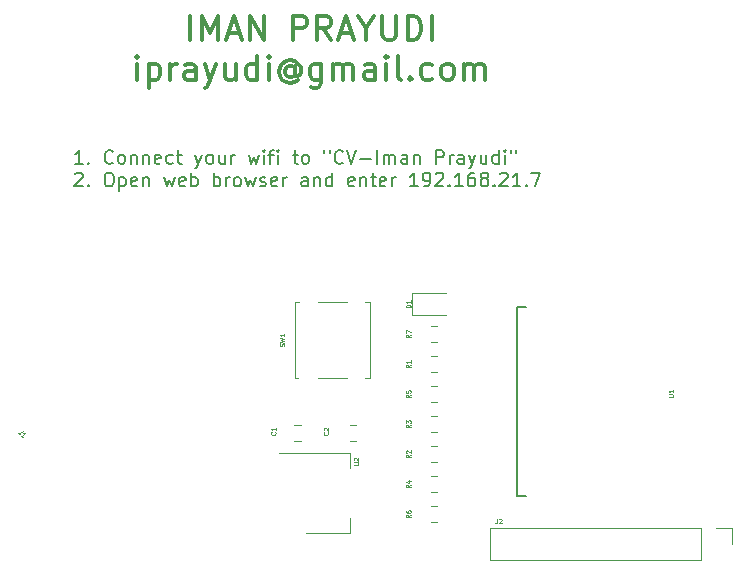
<source format=gbr>
G04 #@! TF.GenerationSoftware,KiCad,Pcbnew,(5.1.5)-3*
G04 #@! TF.CreationDate,2019-12-26T10:02:20-08:00*
G04 #@! TF.ProjectId,esp8266_bcard,65737038-3236-4365-9f62-636172642e6b,rev?*
G04 #@! TF.SameCoordinates,Original*
G04 #@! TF.FileFunction,Legend,Top*
G04 #@! TF.FilePolarity,Positive*
%FSLAX46Y46*%
G04 Gerber Fmt 4.6, Leading zero omitted, Abs format (unit mm)*
G04 Created by KiCad (PCBNEW (5.1.5)-3) date 2019-12-26 10:02:20*
%MOMM*%
%LPD*%
G04 APERTURE LIST*
%ADD10C,0.330200*%
%ADD11C,0.177800*%
%ADD12C,0.152400*%
%ADD13C,0.120000*%
%ADD14C,0.076200*%
G04 APERTURE END LIST*
D10*
X133301619Y-86860138D02*
X133301619Y-84828138D01*
X134269238Y-86860138D02*
X134269238Y-84828138D01*
X134946571Y-86279566D01*
X135623904Y-84828138D01*
X135623904Y-86860138D01*
X136494761Y-86279566D02*
X137462380Y-86279566D01*
X136301238Y-86860138D02*
X136978571Y-84828138D01*
X137655904Y-86860138D01*
X138333238Y-86860138D02*
X138333238Y-84828138D01*
X139494380Y-86860138D01*
X139494380Y-84828138D01*
X142010190Y-86860138D02*
X142010190Y-84828138D01*
X142784285Y-84828138D01*
X142977809Y-84924900D01*
X143074571Y-85021661D01*
X143171333Y-85215185D01*
X143171333Y-85505471D01*
X143074571Y-85698995D01*
X142977809Y-85795757D01*
X142784285Y-85892519D01*
X142010190Y-85892519D01*
X145203333Y-86860138D02*
X144526000Y-85892519D01*
X144042190Y-86860138D02*
X144042190Y-84828138D01*
X144816285Y-84828138D01*
X145009809Y-84924900D01*
X145106571Y-85021661D01*
X145203333Y-85215185D01*
X145203333Y-85505471D01*
X145106571Y-85698995D01*
X145009809Y-85795757D01*
X144816285Y-85892519D01*
X144042190Y-85892519D01*
X145977428Y-86279566D02*
X146945047Y-86279566D01*
X145783904Y-86860138D02*
X146461238Y-84828138D01*
X147138571Y-86860138D01*
X148202952Y-85892519D02*
X148202952Y-86860138D01*
X147525619Y-84828138D02*
X148202952Y-85892519D01*
X148880285Y-84828138D01*
X149557619Y-84828138D02*
X149557619Y-86473090D01*
X149654380Y-86666614D01*
X149751142Y-86763376D01*
X149944666Y-86860138D01*
X150331714Y-86860138D01*
X150525238Y-86763376D01*
X150622000Y-86666614D01*
X150718761Y-86473090D01*
X150718761Y-84828138D01*
X151686380Y-86860138D02*
X151686380Y-84828138D01*
X152170190Y-84828138D01*
X152460476Y-84924900D01*
X152654000Y-85118423D01*
X152750761Y-85311947D01*
X152847523Y-85698995D01*
X152847523Y-85989280D01*
X152750761Y-86376328D01*
X152654000Y-86569852D01*
X152460476Y-86763376D01*
X152170190Y-86860138D01*
X151686380Y-86860138D01*
X153718380Y-86860138D02*
X153718380Y-84828138D01*
X128802190Y-90238338D02*
X128802190Y-88883671D01*
X128802190Y-88206338D02*
X128705428Y-88303100D01*
X128802190Y-88399861D01*
X128898952Y-88303100D01*
X128802190Y-88206338D01*
X128802190Y-88399861D01*
X129769809Y-88883671D02*
X129769809Y-90915671D01*
X129769809Y-88980433D02*
X129963333Y-88883671D01*
X130350380Y-88883671D01*
X130543904Y-88980433D01*
X130640666Y-89077195D01*
X130737428Y-89270719D01*
X130737428Y-89851290D01*
X130640666Y-90044814D01*
X130543904Y-90141576D01*
X130350380Y-90238338D01*
X129963333Y-90238338D01*
X129769809Y-90141576D01*
X131608285Y-90238338D02*
X131608285Y-88883671D01*
X131608285Y-89270719D02*
X131705047Y-89077195D01*
X131801809Y-88980433D01*
X131995333Y-88883671D01*
X132188857Y-88883671D01*
X133737047Y-90238338D02*
X133737047Y-89173957D01*
X133640285Y-88980433D01*
X133446761Y-88883671D01*
X133059714Y-88883671D01*
X132866190Y-88980433D01*
X133737047Y-90141576D02*
X133543523Y-90238338D01*
X133059714Y-90238338D01*
X132866190Y-90141576D01*
X132769428Y-89948052D01*
X132769428Y-89754528D01*
X132866190Y-89561004D01*
X133059714Y-89464242D01*
X133543523Y-89464242D01*
X133737047Y-89367480D01*
X134511142Y-88883671D02*
X134994952Y-90238338D01*
X135478761Y-88883671D02*
X134994952Y-90238338D01*
X134801428Y-90722147D01*
X134704666Y-90818909D01*
X134511142Y-90915671D01*
X137123714Y-88883671D02*
X137123714Y-90238338D01*
X136252857Y-88883671D02*
X136252857Y-89948052D01*
X136349619Y-90141576D01*
X136543142Y-90238338D01*
X136833428Y-90238338D01*
X137026952Y-90141576D01*
X137123714Y-90044814D01*
X138962190Y-90238338D02*
X138962190Y-88206338D01*
X138962190Y-90141576D02*
X138768666Y-90238338D01*
X138381619Y-90238338D01*
X138188095Y-90141576D01*
X138091333Y-90044814D01*
X137994571Y-89851290D01*
X137994571Y-89270719D01*
X138091333Y-89077195D01*
X138188095Y-88980433D01*
X138381619Y-88883671D01*
X138768666Y-88883671D01*
X138962190Y-88980433D01*
X139929809Y-90238338D02*
X139929809Y-88883671D01*
X139929809Y-88206338D02*
X139833047Y-88303100D01*
X139929809Y-88399861D01*
X140026571Y-88303100D01*
X139929809Y-88206338D01*
X139929809Y-88399861D01*
X142155333Y-89270719D02*
X142058571Y-89173957D01*
X141865047Y-89077195D01*
X141671523Y-89077195D01*
X141478000Y-89173957D01*
X141381238Y-89270719D01*
X141284476Y-89464242D01*
X141284476Y-89657766D01*
X141381238Y-89851290D01*
X141478000Y-89948052D01*
X141671523Y-90044814D01*
X141865047Y-90044814D01*
X142058571Y-89948052D01*
X142155333Y-89851290D01*
X142155333Y-89077195D02*
X142155333Y-89851290D01*
X142252095Y-89948052D01*
X142348857Y-89948052D01*
X142542380Y-89851290D01*
X142639142Y-89657766D01*
X142639142Y-89173957D01*
X142445619Y-88883671D01*
X142155333Y-88690147D01*
X141768285Y-88593385D01*
X141381238Y-88690147D01*
X141090952Y-88883671D01*
X140897428Y-89173957D01*
X140800666Y-89561004D01*
X140897428Y-89948052D01*
X141090952Y-90238338D01*
X141381238Y-90431861D01*
X141768285Y-90528623D01*
X142155333Y-90431861D01*
X142445619Y-90238338D01*
X144380857Y-88883671D02*
X144380857Y-90528623D01*
X144284095Y-90722147D01*
X144187333Y-90818909D01*
X143993809Y-90915671D01*
X143703523Y-90915671D01*
X143510000Y-90818909D01*
X144380857Y-90141576D02*
X144187333Y-90238338D01*
X143800285Y-90238338D01*
X143606761Y-90141576D01*
X143510000Y-90044814D01*
X143413238Y-89851290D01*
X143413238Y-89270719D01*
X143510000Y-89077195D01*
X143606761Y-88980433D01*
X143800285Y-88883671D01*
X144187333Y-88883671D01*
X144380857Y-88980433D01*
X145348476Y-90238338D02*
X145348476Y-88883671D01*
X145348476Y-89077195D02*
X145445238Y-88980433D01*
X145638761Y-88883671D01*
X145929047Y-88883671D01*
X146122571Y-88980433D01*
X146219333Y-89173957D01*
X146219333Y-90238338D01*
X146219333Y-89173957D02*
X146316095Y-88980433D01*
X146509619Y-88883671D01*
X146799904Y-88883671D01*
X146993428Y-88980433D01*
X147090190Y-89173957D01*
X147090190Y-90238338D01*
X148928666Y-90238338D02*
X148928666Y-89173957D01*
X148831904Y-88980433D01*
X148638380Y-88883671D01*
X148251333Y-88883671D01*
X148057809Y-88980433D01*
X148928666Y-90141576D02*
X148735142Y-90238338D01*
X148251333Y-90238338D01*
X148057809Y-90141576D01*
X147961047Y-89948052D01*
X147961047Y-89754528D01*
X148057809Y-89561004D01*
X148251333Y-89464242D01*
X148735142Y-89464242D01*
X148928666Y-89367480D01*
X149896285Y-90238338D02*
X149896285Y-88883671D01*
X149896285Y-88206338D02*
X149799523Y-88303100D01*
X149896285Y-88399861D01*
X149993047Y-88303100D01*
X149896285Y-88206338D01*
X149896285Y-88399861D01*
X151154190Y-90238338D02*
X150960666Y-90141576D01*
X150863904Y-89948052D01*
X150863904Y-88206338D01*
X151928285Y-90044814D02*
X152025047Y-90141576D01*
X151928285Y-90238338D01*
X151831523Y-90141576D01*
X151928285Y-90044814D01*
X151928285Y-90238338D01*
X153766761Y-90141576D02*
X153573238Y-90238338D01*
X153186190Y-90238338D01*
X152992666Y-90141576D01*
X152895904Y-90044814D01*
X152799142Y-89851290D01*
X152799142Y-89270719D01*
X152895904Y-89077195D01*
X152992666Y-88980433D01*
X153186190Y-88883671D01*
X153573238Y-88883671D01*
X153766761Y-88980433D01*
X154927904Y-90238338D02*
X154734380Y-90141576D01*
X154637619Y-90044814D01*
X154540857Y-89851290D01*
X154540857Y-89270719D01*
X154637619Y-89077195D01*
X154734380Y-88980433D01*
X154927904Y-88883671D01*
X155218190Y-88883671D01*
X155411714Y-88980433D01*
X155508476Y-89077195D01*
X155605238Y-89270719D01*
X155605238Y-89851290D01*
X155508476Y-90044814D01*
X155411714Y-90141576D01*
X155218190Y-90238338D01*
X154927904Y-90238338D01*
X156476095Y-90238338D02*
X156476095Y-88883671D01*
X156476095Y-89077195D02*
X156572857Y-88980433D01*
X156766380Y-88883671D01*
X157056666Y-88883671D01*
X157250190Y-88980433D01*
X157346952Y-89173957D01*
X157346952Y-90238338D01*
X157346952Y-89173957D02*
X157443714Y-88980433D01*
X157637238Y-88883671D01*
X157927523Y-88883671D01*
X158121047Y-88980433D01*
X158217809Y-89173957D01*
X158217809Y-90238338D01*
D11*
X124176427Y-97360921D02*
X123523284Y-97360921D01*
X123849855Y-97360921D02*
X123849855Y-96217921D01*
X123740998Y-96381207D01*
X123632141Y-96490064D01*
X123523284Y-96544492D01*
X124666284Y-97252064D02*
X124720712Y-97306492D01*
X124666284Y-97360921D01*
X124611855Y-97306492D01*
X124666284Y-97252064D01*
X124666284Y-97360921D01*
X126734570Y-97252064D02*
X126680141Y-97306492D01*
X126516855Y-97360921D01*
X126407998Y-97360921D01*
X126244712Y-97306492D01*
X126135855Y-97197635D01*
X126081427Y-97088778D01*
X126026998Y-96871064D01*
X126026998Y-96707778D01*
X126081427Y-96490064D01*
X126135855Y-96381207D01*
X126244712Y-96272350D01*
X126407998Y-96217921D01*
X126516855Y-96217921D01*
X126680141Y-96272350D01*
X126734570Y-96326778D01*
X127387712Y-97360921D02*
X127278855Y-97306492D01*
X127224427Y-97252064D01*
X127169998Y-97143207D01*
X127169998Y-96816635D01*
X127224427Y-96707778D01*
X127278855Y-96653350D01*
X127387712Y-96598921D01*
X127550998Y-96598921D01*
X127659855Y-96653350D01*
X127714284Y-96707778D01*
X127768712Y-96816635D01*
X127768712Y-97143207D01*
X127714284Y-97252064D01*
X127659855Y-97306492D01*
X127550998Y-97360921D01*
X127387712Y-97360921D01*
X128258570Y-96598921D02*
X128258570Y-97360921D01*
X128258570Y-96707778D02*
X128312998Y-96653350D01*
X128421855Y-96598921D01*
X128585141Y-96598921D01*
X128693998Y-96653350D01*
X128748427Y-96762207D01*
X128748427Y-97360921D01*
X129292712Y-96598921D02*
X129292712Y-97360921D01*
X129292712Y-96707778D02*
X129347141Y-96653350D01*
X129455998Y-96598921D01*
X129619284Y-96598921D01*
X129728141Y-96653350D01*
X129782570Y-96762207D01*
X129782570Y-97360921D01*
X130762284Y-97306492D02*
X130653427Y-97360921D01*
X130435712Y-97360921D01*
X130326855Y-97306492D01*
X130272427Y-97197635D01*
X130272427Y-96762207D01*
X130326855Y-96653350D01*
X130435712Y-96598921D01*
X130653427Y-96598921D01*
X130762284Y-96653350D01*
X130816712Y-96762207D01*
X130816712Y-96871064D01*
X130272427Y-96979921D01*
X131796427Y-97306492D02*
X131687570Y-97360921D01*
X131469855Y-97360921D01*
X131360998Y-97306492D01*
X131306570Y-97252064D01*
X131252141Y-97143207D01*
X131252141Y-96816635D01*
X131306570Y-96707778D01*
X131360998Y-96653350D01*
X131469855Y-96598921D01*
X131687570Y-96598921D01*
X131796427Y-96653350D01*
X132122998Y-96598921D02*
X132558427Y-96598921D01*
X132286284Y-96217921D02*
X132286284Y-97197635D01*
X132340712Y-97306492D01*
X132449570Y-97360921D01*
X132558427Y-97360921D01*
X133701427Y-96598921D02*
X133973570Y-97360921D01*
X134245712Y-96598921D02*
X133973570Y-97360921D01*
X133864712Y-97633064D01*
X133810284Y-97687492D01*
X133701427Y-97741921D01*
X134844427Y-97360921D02*
X134735570Y-97306492D01*
X134681141Y-97252064D01*
X134626712Y-97143207D01*
X134626712Y-96816635D01*
X134681141Y-96707778D01*
X134735570Y-96653350D01*
X134844427Y-96598921D01*
X135007712Y-96598921D01*
X135116570Y-96653350D01*
X135170998Y-96707778D01*
X135225427Y-96816635D01*
X135225427Y-97143207D01*
X135170998Y-97252064D01*
X135116570Y-97306492D01*
X135007712Y-97360921D01*
X134844427Y-97360921D01*
X136205141Y-96598921D02*
X136205141Y-97360921D01*
X135715284Y-96598921D02*
X135715284Y-97197635D01*
X135769712Y-97306492D01*
X135878570Y-97360921D01*
X136041855Y-97360921D01*
X136150712Y-97306492D01*
X136205141Y-97252064D01*
X136749427Y-97360921D02*
X136749427Y-96598921D01*
X136749427Y-96816635D02*
X136803855Y-96707778D01*
X136858284Y-96653350D01*
X136967141Y-96598921D01*
X137075998Y-96598921D01*
X138218998Y-96598921D02*
X138436712Y-97360921D01*
X138654427Y-96816635D01*
X138872141Y-97360921D01*
X139089855Y-96598921D01*
X139525284Y-97360921D02*
X139525284Y-96598921D01*
X139525284Y-96217921D02*
X139470855Y-96272350D01*
X139525284Y-96326778D01*
X139579712Y-96272350D01*
X139525284Y-96217921D01*
X139525284Y-96326778D01*
X139906284Y-96598921D02*
X140341712Y-96598921D01*
X140069570Y-97360921D02*
X140069570Y-96381207D01*
X140123998Y-96272350D01*
X140232855Y-96217921D01*
X140341712Y-96217921D01*
X140722712Y-97360921D02*
X140722712Y-96598921D01*
X140722712Y-96217921D02*
X140668284Y-96272350D01*
X140722712Y-96326778D01*
X140777141Y-96272350D01*
X140722712Y-96217921D01*
X140722712Y-96326778D01*
X141974570Y-96598921D02*
X142409998Y-96598921D01*
X142137855Y-96217921D02*
X142137855Y-97197635D01*
X142192284Y-97306492D01*
X142301141Y-97360921D01*
X142409998Y-97360921D01*
X142954284Y-97360921D02*
X142845427Y-97306492D01*
X142790998Y-97252064D01*
X142736570Y-97143207D01*
X142736570Y-96816635D01*
X142790998Y-96707778D01*
X142845427Y-96653350D01*
X142954284Y-96598921D01*
X143117570Y-96598921D01*
X143226427Y-96653350D01*
X143280855Y-96707778D01*
X143335284Y-96816635D01*
X143335284Y-97143207D01*
X143280855Y-97252064D01*
X143226427Y-97306492D01*
X143117570Y-97360921D01*
X142954284Y-97360921D01*
X144641570Y-96217921D02*
X144641570Y-96435635D01*
X145076998Y-96217921D02*
X145076998Y-96435635D01*
X146219998Y-97252064D02*
X146165570Y-97306492D01*
X146002284Y-97360921D01*
X145893427Y-97360921D01*
X145730141Y-97306492D01*
X145621284Y-97197635D01*
X145566855Y-97088778D01*
X145512427Y-96871064D01*
X145512427Y-96707778D01*
X145566855Y-96490064D01*
X145621284Y-96381207D01*
X145730141Y-96272350D01*
X145893427Y-96217921D01*
X146002284Y-96217921D01*
X146165570Y-96272350D01*
X146219998Y-96326778D01*
X146546570Y-96217921D02*
X146927570Y-97360921D01*
X147308570Y-96217921D01*
X147689570Y-96925492D02*
X148560427Y-96925492D01*
X149104712Y-97360921D02*
X149104712Y-96217921D01*
X149648998Y-97360921D02*
X149648998Y-96598921D01*
X149648998Y-96707778D02*
X149703427Y-96653350D01*
X149812284Y-96598921D01*
X149975570Y-96598921D01*
X150084427Y-96653350D01*
X150138855Y-96762207D01*
X150138855Y-97360921D01*
X150138855Y-96762207D02*
X150193284Y-96653350D01*
X150302141Y-96598921D01*
X150465427Y-96598921D01*
X150574284Y-96653350D01*
X150628712Y-96762207D01*
X150628712Y-97360921D01*
X151662855Y-97360921D02*
X151662855Y-96762207D01*
X151608427Y-96653350D01*
X151499570Y-96598921D01*
X151281855Y-96598921D01*
X151172998Y-96653350D01*
X151662855Y-97306492D02*
X151553998Y-97360921D01*
X151281855Y-97360921D01*
X151172998Y-97306492D01*
X151118570Y-97197635D01*
X151118570Y-97088778D01*
X151172998Y-96979921D01*
X151281855Y-96925492D01*
X151553998Y-96925492D01*
X151662855Y-96871064D01*
X152207141Y-96598921D02*
X152207141Y-97360921D01*
X152207141Y-96707778D02*
X152261570Y-96653350D01*
X152370427Y-96598921D01*
X152533712Y-96598921D01*
X152642570Y-96653350D01*
X152696998Y-96762207D01*
X152696998Y-97360921D01*
X154112141Y-97360921D02*
X154112141Y-96217921D01*
X154547570Y-96217921D01*
X154656427Y-96272350D01*
X154710855Y-96326778D01*
X154765284Y-96435635D01*
X154765284Y-96598921D01*
X154710855Y-96707778D01*
X154656427Y-96762207D01*
X154547570Y-96816635D01*
X154112141Y-96816635D01*
X155255141Y-97360921D02*
X155255141Y-96598921D01*
X155255141Y-96816635D02*
X155309570Y-96707778D01*
X155363998Y-96653350D01*
X155472855Y-96598921D01*
X155581712Y-96598921D01*
X156452570Y-97360921D02*
X156452570Y-96762207D01*
X156398141Y-96653350D01*
X156289284Y-96598921D01*
X156071570Y-96598921D01*
X155962712Y-96653350D01*
X156452570Y-97306492D02*
X156343712Y-97360921D01*
X156071570Y-97360921D01*
X155962712Y-97306492D01*
X155908284Y-97197635D01*
X155908284Y-97088778D01*
X155962712Y-96979921D01*
X156071570Y-96925492D01*
X156343712Y-96925492D01*
X156452570Y-96871064D01*
X156887998Y-96598921D02*
X157160141Y-97360921D01*
X157432284Y-96598921D02*
X157160141Y-97360921D01*
X157051284Y-97633064D01*
X156996855Y-97687492D01*
X156887998Y-97741921D01*
X158357570Y-96598921D02*
X158357570Y-97360921D01*
X157867712Y-96598921D02*
X157867712Y-97197635D01*
X157922141Y-97306492D01*
X158030998Y-97360921D01*
X158194284Y-97360921D01*
X158303141Y-97306492D01*
X158357570Y-97252064D01*
X159391712Y-97360921D02*
X159391712Y-96217921D01*
X159391712Y-97306492D02*
X159282855Y-97360921D01*
X159065141Y-97360921D01*
X158956284Y-97306492D01*
X158901855Y-97252064D01*
X158847427Y-97143207D01*
X158847427Y-96816635D01*
X158901855Y-96707778D01*
X158956284Y-96653350D01*
X159065141Y-96598921D01*
X159282855Y-96598921D01*
X159391712Y-96653350D01*
X159935998Y-97360921D02*
X159935998Y-96598921D01*
X159935998Y-96217921D02*
X159881570Y-96272350D01*
X159935998Y-96326778D01*
X159990427Y-96272350D01*
X159935998Y-96217921D01*
X159935998Y-96326778D01*
X160425855Y-96217921D02*
X160425855Y-96435635D01*
X160861284Y-96217921D02*
X160861284Y-96435635D01*
X123523284Y-98219078D02*
X123577712Y-98164650D01*
X123686570Y-98110221D01*
X123958712Y-98110221D01*
X124067570Y-98164650D01*
X124121998Y-98219078D01*
X124176427Y-98327935D01*
X124176427Y-98436792D01*
X124121998Y-98600078D01*
X123468855Y-99253221D01*
X124176427Y-99253221D01*
X124666284Y-99144364D02*
X124720712Y-99198792D01*
X124666284Y-99253221D01*
X124611855Y-99198792D01*
X124666284Y-99144364D01*
X124666284Y-99253221D01*
X126299141Y-98110221D02*
X126516855Y-98110221D01*
X126625712Y-98164650D01*
X126734570Y-98273507D01*
X126788998Y-98491221D01*
X126788998Y-98872221D01*
X126734570Y-99089935D01*
X126625712Y-99198792D01*
X126516855Y-99253221D01*
X126299141Y-99253221D01*
X126190284Y-99198792D01*
X126081427Y-99089935D01*
X126026998Y-98872221D01*
X126026998Y-98491221D01*
X126081427Y-98273507D01*
X126190284Y-98164650D01*
X126299141Y-98110221D01*
X127278855Y-98491221D02*
X127278855Y-99634221D01*
X127278855Y-98545650D02*
X127387712Y-98491221D01*
X127605427Y-98491221D01*
X127714284Y-98545650D01*
X127768712Y-98600078D01*
X127823141Y-98708935D01*
X127823141Y-99035507D01*
X127768712Y-99144364D01*
X127714284Y-99198792D01*
X127605427Y-99253221D01*
X127387712Y-99253221D01*
X127278855Y-99198792D01*
X128748427Y-99198792D02*
X128639570Y-99253221D01*
X128421855Y-99253221D01*
X128312998Y-99198792D01*
X128258570Y-99089935D01*
X128258570Y-98654507D01*
X128312998Y-98545650D01*
X128421855Y-98491221D01*
X128639570Y-98491221D01*
X128748427Y-98545650D01*
X128802855Y-98654507D01*
X128802855Y-98763364D01*
X128258570Y-98872221D01*
X129292712Y-98491221D02*
X129292712Y-99253221D01*
X129292712Y-98600078D02*
X129347141Y-98545650D01*
X129455998Y-98491221D01*
X129619284Y-98491221D01*
X129728141Y-98545650D01*
X129782570Y-98654507D01*
X129782570Y-99253221D01*
X131088855Y-98491221D02*
X131306570Y-99253221D01*
X131524284Y-98708935D01*
X131741998Y-99253221D01*
X131959712Y-98491221D01*
X132830570Y-99198792D02*
X132721712Y-99253221D01*
X132503998Y-99253221D01*
X132395141Y-99198792D01*
X132340712Y-99089935D01*
X132340712Y-98654507D01*
X132395141Y-98545650D01*
X132503998Y-98491221D01*
X132721712Y-98491221D01*
X132830570Y-98545650D01*
X132884998Y-98654507D01*
X132884998Y-98763364D01*
X132340712Y-98872221D01*
X133374855Y-99253221D02*
X133374855Y-98110221D01*
X133374855Y-98545650D02*
X133483712Y-98491221D01*
X133701427Y-98491221D01*
X133810284Y-98545650D01*
X133864712Y-98600078D01*
X133919141Y-98708935D01*
X133919141Y-99035507D01*
X133864712Y-99144364D01*
X133810284Y-99198792D01*
X133701427Y-99253221D01*
X133483712Y-99253221D01*
X133374855Y-99198792D01*
X135279855Y-99253221D02*
X135279855Y-98110221D01*
X135279855Y-98545650D02*
X135388712Y-98491221D01*
X135606427Y-98491221D01*
X135715284Y-98545650D01*
X135769712Y-98600078D01*
X135824141Y-98708935D01*
X135824141Y-99035507D01*
X135769712Y-99144364D01*
X135715284Y-99198792D01*
X135606427Y-99253221D01*
X135388712Y-99253221D01*
X135279855Y-99198792D01*
X136313998Y-99253221D02*
X136313998Y-98491221D01*
X136313998Y-98708935D02*
X136368427Y-98600078D01*
X136422855Y-98545650D01*
X136531712Y-98491221D01*
X136640570Y-98491221D01*
X137184855Y-99253221D02*
X137075998Y-99198792D01*
X137021570Y-99144364D01*
X136967141Y-99035507D01*
X136967141Y-98708935D01*
X137021570Y-98600078D01*
X137075998Y-98545650D01*
X137184855Y-98491221D01*
X137348141Y-98491221D01*
X137456998Y-98545650D01*
X137511427Y-98600078D01*
X137565855Y-98708935D01*
X137565855Y-99035507D01*
X137511427Y-99144364D01*
X137456998Y-99198792D01*
X137348141Y-99253221D01*
X137184855Y-99253221D01*
X137946855Y-98491221D02*
X138164570Y-99253221D01*
X138382284Y-98708935D01*
X138599998Y-99253221D01*
X138817712Y-98491221D01*
X139198712Y-99198792D02*
X139307570Y-99253221D01*
X139525284Y-99253221D01*
X139634141Y-99198792D01*
X139688570Y-99089935D01*
X139688570Y-99035507D01*
X139634141Y-98926650D01*
X139525284Y-98872221D01*
X139361998Y-98872221D01*
X139253141Y-98817792D01*
X139198712Y-98708935D01*
X139198712Y-98654507D01*
X139253141Y-98545650D01*
X139361998Y-98491221D01*
X139525284Y-98491221D01*
X139634141Y-98545650D01*
X140613855Y-99198792D02*
X140504998Y-99253221D01*
X140287284Y-99253221D01*
X140178427Y-99198792D01*
X140123998Y-99089935D01*
X140123998Y-98654507D01*
X140178427Y-98545650D01*
X140287284Y-98491221D01*
X140504998Y-98491221D01*
X140613855Y-98545650D01*
X140668284Y-98654507D01*
X140668284Y-98763364D01*
X140123998Y-98872221D01*
X141158141Y-99253221D02*
X141158141Y-98491221D01*
X141158141Y-98708935D02*
X141212570Y-98600078D01*
X141266998Y-98545650D01*
X141375855Y-98491221D01*
X141484712Y-98491221D01*
X143226427Y-99253221D02*
X143226427Y-98654507D01*
X143171998Y-98545650D01*
X143063141Y-98491221D01*
X142845427Y-98491221D01*
X142736570Y-98545650D01*
X143226427Y-99198792D02*
X143117570Y-99253221D01*
X142845427Y-99253221D01*
X142736570Y-99198792D01*
X142682141Y-99089935D01*
X142682141Y-98981078D01*
X142736570Y-98872221D01*
X142845427Y-98817792D01*
X143117570Y-98817792D01*
X143226427Y-98763364D01*
X143770712Y-98491221D02*
X143770712Y-99253221D01*
X143770712Y-98600078D02*
X143825141Y-98545650D01*
X143933998Y-98491221D01*
X144097284Y-98491221D01*
X144206141Y-98545650D01*
X144260570Y-98654507D01*
X144260570Y-99253221D01*
X145294712Y-99253221D02*
X145294712Y-98110221D01*
X145294712Y-99198792D02*
X145185855Y-99253221D01*
X144968141Y-99253221D01*
X144859284Y-99198792D01*
X144804855Y-99144364D01*
X144750427Y-99035507D01*
X144750427Y-98708935D01*
X144804855Y-98600078D01*
X144859284Y-98545650D01*
X144968141Y-98491221D01*
X145185855Y-98491221D01*
X145294712Y-98545650D01*
X147145284Y-99198792D02*
X147036427Y-99253221D01*
X146818712Y-99253221D01*
X146709855Y-99198792D01*
X146655427Y-99089935D01*
X146655427Y-98654507D01*
X146709855Y-98545650D01*
X146818712Y-98491221D01*
X147036427Y-98491221D01*
X147145284Y-98545650D01*
X147199712Y-98654507D01*
X147199712Y-98763364D01*
X146655427Y-98872221D01*
X147689570Y-98491221D02*
X147689570Y-99253221D01*
X147689570Y-98600078D02*
X147743998Y-98545650D01*
X147852855Y-98491221D01*
X148016141Y-98491221D01*
X148124998Y-98545650D01*
X148179427Y-98654507D01*
X148179427Y-99253221D01*
X148560427Y-98491221D02*
X148995855Y-98491221D01*
X148723712Y-98110221D02*
X148723712Y-99089935D01*
X148778141Y-99198792D01*
X148886998Y-99253221D01*
X148995855Y-99253221D01*
X149812284Y-99198792D02*
X149703427Y-99253221D01*
X149485712Y-99253221D01*
X149376855Y-99198792D01*
X149322427Y-99089935D01*
X149322427Y-98654507D01*
X149376855Y-98545650D01*
X149485712Y-98491221D01*
X149703427Y-98491221D01*
X149812284Y-98545650D01*
X149866712Y-98654507D01*
X149866712Y-98763364D01*
X149322427Y-98872221D01*
X150356570Y-99253221D02*
X150356570Y-98491221D01*
X150356570Y-98708935D02*
X150410998Y-98600078D01*
X150465427Y-98545650D01*
X150574284Y-98491221D01*
X150683141Y-98491221D01*
X152533712Y-99253221D02*
X151880570Y-99253221D01*
X152207141Y-99253221D02*
X152207141Y-98110221D01*
X152098284Y-98273507D01*
X151989427Y-98382364D01*
X151880570Y-98436792D01*
X153077998Y-99253221D02*
X153295712Y-99253221D01*
X153404570Y-99198792D01*
X153458998Y-99144364D01*
X153567855Y-98981078D01*
X153622284Y-98763364D01*
X153622284Y-98327935D01*
X153567855Y-98219078D01*
X153513427Y-98164650D01*
X153404570Y-98110221D01*
X153186855Y-98110221D01*
X153077998Y-98164650D01*
X153023570Y-98219078D01*
X152969141Y-98327935D01*
X152969141Y-98600078D01*
X153023570Y-98708935D01*
X153077998Y-98763364D01*
X153186855Y-98817792D01*
X153404570Y-98817792D01*
X153513427Y-98763364D01*
X153567855Y-98708935D01*
X153622284Y-98600078D01*
X154057712Y-98219078D02*
X154112141Y-98164650D01*
X154220998Y-98110221D01*
X154493141Y-98110221D01*
X154601998Y-98164650D01*
X154656427Y-98219078D01*
X154710855Y-98327935D01*
X154710855Y-98436792D01*
X154656427Y-98600078D01*
X154003284Y-99253221D01*
X154710855Y-99253221D01*
X155200712Y-99144364D02*
X155255141Y-99198792D01*
X155200712Y-99253221D01*
X155146284Y-99198792D01*
X155200712Y-99144364D01*
X155200712Y-99253221D01*
X156343712Y-99253221D02*
X155690570Y-99253221D01*
X156017141Y-99253221D02*
X156017141Y-98110221D01*
X155908284Y-98273507D01*
X155799427Y-98382364D01*
X155690570Y-98436792D01*
X157323427Y-98110221D02*
X157105712Y-98110221D01*
X156996855Y-98164650D01*
X156942427Y-98219078D01*
X156833570Y-98382364D01*
X156779141Y-98600078D01*
X156779141Y-99035507D01*
X156833570Y-99144364D01*
X156887998Y-99198792D01*
X156996855Y-99253221D01*
X157214570Y-99253221D01*
X157323427Y-99198792D01*
X157377855Y-99144364D01*
X157432284Y-99035507D01*
X157432284Y-98763364D01*
X157377855Y-98654507D01*
X157323427Y-98600078D01*
X157214570Y-98545650D01*
X156996855Y-98545650D01*
X156887998Y-98600078D01*
X156833570Y-98654507D01*
X156779141Y-98763364D01*
X158085427Y-98600078D02*
X157976570Y-98545650D01*
X157922141Y-98491221D01*
X157867712Y-98382364D01*
X157867712Y-98327935D01*
X157922141Y-98219078D01*
X157976570Y-98164650D01*
X158085427Y-98110221D01*
X158303141Y-98110221D01*
X158411998Y-98164650D01*
X158466427Y-98219078D01*
X158520855Y-98327935D01*
X158520855Y-98382364D01*
X158466427Y-98491221D01*
X158411998Y-98545650D01*
X158303141Y-98600078D01*
X158085427Y-98600078D01*
X157976570Y-98654507D01*
X157922141Y-98708935D01*
X157867712Y-98817792D01*
X157867712Y-99035507D01*
X157922141Y-99144364D01*
X157976570Y-99198792D01*
X158085427Y-99253221D01*
X158303141Y-99253221D01*
X158411998Y-99198792D01*
X158466427Y-99144364D01*
X158520855Y-99035507D01*
X158520855Y-98817792D01*
X158466427Y-98708935D01*
X158411998Y-98654507D01*
X158303141Y-98600078D01*
X159010712Y-99144364D02*
X159065141Y-99198792D01*
X159010712Y-99253221D01*
X158956284Y-99198792D01*
X159010712Y-99144364D01*
X159010712Y-99253221D01*
X159500570Y-98219078D02*
X159554998Y-98164650D01*
X159663855Y-98110221D01*
X159935998Y-98110221D01*
X160044855Y-98164650D01*
X160099284Y-98219078D01*
X160153712Y-98327935D01*
X160153712Y-98436792D01*
X160099284Y-98600078D01*
X159446141Y-99253221D01*
X160153712Y-99253221D01*
X161242284Y-99253221D02*
X160589141Y-99253221D01*
X160915712Y-99253221D02*
X160915712Y-98110221D01*
X160806855Y-98273507D01*
X160697998Y-98382364D01*
X160589141Y-98436792D01*
X161732141Y-99144364D02*
X161786570Y-99198792D01*
X161732141Y-99253221D01*
X161677712Y-99198792D01*
X161732141Y-99144364D01*
X161732141Y-99253221D01*
X162167570Y-98110221D02*
X162929570Y-98110221D01*
X162439712Y-99253221D01*
D12*
X160909000Y-125446000D02*
X161671000Y-125446000D01*
X160909000Y-109444000D02*
X160909000Y-125446000D01*
X161671000Y-109444000D02*
X160909000Y-109444000D01*
D13*
X154176252Y-111050000D02*
X153653748Y-111050000D01*
X154176252Y-112470000D02*
X153653748Y-112470000D01*
X152055000Y-110180000D02*
X154915000Y-110180000D01*
X152055000Y-108260000D02*
X152055000Y-110180000D01*
X154915000Y-108260000D02*
X152055000Y-108260000D01*
X154176252Y-126290000D02*
X153653748Y-126290000D01*
X154176252Y-127710000D02*
X153653748Y-127710000D01*
X154176252Y-116130000D02*
X153653748Y-116130000D01*
X154176252Y-117550000D02*
X153653748Y-117550000D01*
X154176252Y-123750000D02*
X153653748Y-123750000D01*
X154176252Y-125170000D02*
X153653748Y-125170000D01*
X154176252Y-118670000D02*
X153653748Y-118670000D01*
X154176252Y-120090000D02*
X153653748Y-120090000D01*
X154176252Y-121210000D02*
X153653748Y-121210000D01*
X154176252Y-122630000D02*
X153653748Y-122630000D01*
X179130000Y-128210000D02*
X179130000Y-129540000D01*
X177800000Y-128210000D02*
X179130000Y-128210000D01*
X176530000Y-128210000D02*
X176530000Y-130870000D01*
X176530000Y-130870000D02*
X158690000Y-130870000D01*
X176530000Y-128210000D02*
X158690000Y-128210000D01*
X158690000Y-128210000D02*
X158690000Y-130870000D01*
X146520000Y-109058000D02*
X144120000Y-109058000D01*
X148530000Y-109058000D02*
X148120000Y-109058000D01*
X148530000Y-115478000D02*
X148530000Y-109058000D01*
X148120000Y-115478000D02*
X148530000Y-115478000D01*
X144120000Y-115478000D02*
X146520000Y-115478000D01*
X142110000Y-115478000D02*
X142390000Y-115478000D01*
X142110000Y-109058000D02*
X142110000Y-115478000D01*
X142520000Y-109058000D02*
X142110000Y-109058000D01*
X154176252Y-113590000D02*
X153653748Y-113590000D01*
X154176252Y-115010000D02*
X153653748Y-115010000D01*
X147318252Y-119432000D02*
X146795748Y-119432000D01*
X147318252Y-120852000D02*
X146795748Y-120852000D01*
X142096748Y-120852000D02*
X142619252Y-120852000D01*
X142096748Y-119432000D02*
X142619252Y-119432000D01*
X140807000Y-121812000D02*
X146817000Y-121812000D01*
X143057000Y-128632000D02*
X146817000Y-128632000D01*
X146817000Y-121812000D02*
X146817000Y-123072000D01*
X146817000Y-128632000D02*
X146817000Y-127372000D01*
D14*
X173781357Y-117100285D02*
X174089785Y-117100285D01*
X174126071Y-117082142D01*
X174144214Y-117064000D01*
X174162357Y-117027714D01*
X174162357Y-116955142D01*
X174144214Y-116918857D01*
X174126071Y-116900714D01*
X174089785Y-116882571D01*
X173781357Y-116882571D01*
X174162357Y-116501571D02*
X174162357Y-116719285D01*
X174162357Y-116610428D02*
X173781357Y-116610428D01*
X173835785Y-116646714D01*
X173872071Y-116683000D01*
X173890214Y-116719285D01*
X151937357Y-111823500D02*
X151755928Y-111950500D01*
X151937357Y-112041214D02*
X151556357Y-112041214D01*
X151556357Y-111896071D01*
X151574500Y-111859785D01*
X151592642Y-111841642D01*
X151628928Y-111823500D01*
X151683357Y-111823500D01*
X151719642Y-111841642D01*
X151737785Y-111859785D01*
X151755928Y-111896071D01*
X151755928Y-112041214D01*
X151556357Y-111696500D02*
X151556357Y-111442500D01*
X151937357Y-111605785D01*
X151937357Y-109501214D02*
X151556357Y-109501214D01*
X151556357Y-109410500D01*
X151574500Y-109356071D01*
X151610785Y-109319785D01*
X151647071Y-109301642D01*
X151719642Y-109283500D01*
X151774071Y-109283500D01*
X151846642Y-109301642D01*
X151882928Y-109319785D01*
X151919214Y-109356071D01*
X151937357Y-109410500D01*
X151937357Y-109501214D01*
X151937357Y-108920642D02*
X151937357Y-109138357D01*
X151937357Y-109029500D02*
X151556357Y-109029500D01*
X151610785Y-109065785D01*
X151647071Y-109102071D01*
X151665214Y-109138357D01*
X151937357Y-127063500D02*
X151755928Y-127190500D01*
X151937357Y-127281214D02*
X151556357Y-127281214D01*
X151556357Y-127136071D01*
X151574500Y-127099785D01*
X151592642Y-127081642D01*
X151628928Y-127063500D01*
X151683357Y-127063500D01*
X151719642Y-127081642D01*
X151737785Y-127099785D01*
X151755928Y-127136071D01*
X151755928Y-127281214D01*
X151556357Y-126736928D02*
X151556357Y-126809500D01*
X151574500Y-126845785D01*
X151592642Y-126863928D01*
X151647071Y-126900214D01*
X151719642Y-126918357D01*
X151864785Y-126918357D01*
X151901071Y-126900214D01*
X151919214Y-126882071D01*
X151937357Y-126845785D01*
X151937357Y-126773214D01*
X151919214Y-126736928D01*
X151901071Y-126718785D01*
X151864785Y-126700642D01*
X151774071Y-126700642D01*
X151737785Y-126718785D01*
X151719642Y-126736928D01*
X151701500Y-126773214D01*
X151701500Y-126845785D01*
X151719642Y-126882071D01*
X151737785Y-126900214D01*
X151774071Y-126918357D01*
X151937357Y-116903500D02*
X151755928Y-117030500D01*
X151937357Y-117121214D02*
X151556357Y-117121214D01*
X151556357Y-116976071D01*
X151574500Y-116939785D01*
X151592642Y-116921642D01*
X151628928Y-116903500D01*
X151683357Y-116903500D01*
X151719642Y-116921642D01*
X151737785Y-116939785D01*
X151755928Y-116976071D01*
X151755928Y-117121214D01*
X151556357Y-116558785D02*
X151556357Y-116740214D01*
X151737785Y-116758357D01*
X151719642Y-116740214D01*
X151701500Y-116703928D01*
X151701500Y-116613214D01*
X151719642Y-116576928D01*
X151737785Y-116558785D01*
X151774071Y-116540642D01*
X151864785Y-116540642D01*
X151901071Y-116558785D01*
X151919214Y-116576928D01*
X151937357Y-116613214D01*
X151937357Y-116703928D01*
X151919214Y-116740214D01*
X151901071Y-116758357D01*
X151937357Y-124523500D02*
X151755928Y-124650500D01*
X151937357Y-124741214D02*
X151556357Y-124741214D01*
X151556357Y-124596071D01*
X151574500Y-124559785D01*
X151592642Y-124541642D01*
X151628928Y-124523500D01*
X151683357Y-124523500D01*
X151719642Y-124541642D01*
X151737785Y-124559785D01*
X151755928Y-124596071D01*
X151755928Y-124741214D01*
X151683357Y-124196928D02*
X151937357Y-124196928D01*
X151538214Y-124287642D02*
X151810357Y-124378357D01*
X151810357Y-124142500D01*
X151937357Y-119443500D02*
X151755928Y-119570500D01*
X151937357Y-119661214D02*
X151556357Y-119661214D01*
X151556357Y-119516071D01*
X151574500Y-119479785D01*
X151592642Y-119461642D01*
X151628928Y-119443500D01*
X151683357Y-119443500D01*
X151719642Y-119461642D01*
X151737785Y-119479785D01*
X151755928Y-119516071D01*
X151755928Y-119661214D01*
X151556357Y-119316500D02*
X151556357Y-119080642D01*
X151701500Y-119207642D01*
X151701500Y-119153214D01*
X151719642Y-119116928D01*
X151737785Y-119098785D01*
X151774071Y-119080642D01*
X151864785Y-119080642D01*
X151901071Y-119098785D01*
X151919214Y-119116928D01*
X151937357Y-119153214D01*
X151937357Y-119262071D01*
X151919214Y-119298357D01*
X151901071Y-119316500D01*
X151937357Y-121983500D02*
X151755928Y-122110500D01*
X151937357Y-122201214D02*
X151556357Y-122201214D01*
X151556357Y-122056071D01*
X151574500Y-122019785D01*
X151592642Y-122001642D01*
X151628928Y-121983500D01*
X151683357Y-121983500D01*
X151719642Y-122001642D01*
X151737785Y-122019785D01*
X151755928Y-122056071D01*
X151755928Y-122201214D01*
X151592642Y-121838357D02*
X151574500Y-121820214D01*
X151556357Y-121783928D01*
X151556357Y-121693214D01*
X151574500Y-121656928D01*
X151592642Y-121638785D01*
X151628928Y-121620642D01*
X151665214Y-121620642D01*
X151719642Y-121638785D01*
X151937357Y-121856500D01*
X151937357Y-121620642D01*
X159258000Y-127426357D02*
X159258000Y-127698500D01*
X159239857Y-127752928D01*
X159203571Y-127789214D01*
X159149142Y-127807357D01*
X159112857Y-127807357D01*
X159421285Y-127462642D02*
X159439428Y-127444500D01*
X159475714Y-127426357D01*
X159566428Y-127426357D01*
X159602714Y-127444500D01*
X159620857Y-127462642D01*
X159639000Y-127498928D01*
X159639000Y-127535214D01*
X159620857Y-127589642D01*
X159403142Y-127807357D01*
X159639000Y-127807357D01*
X141234214Y-112776000D02*
X141252357Y-112721571D01*
X141252357Y-112630857D01*
X141234214Y-112594571D01*
X141216071Y-112576428D01*
X141179785Y-112558285D01*
X141143500Y-112558285D01*
X141107214Y-112576428D01*
X141089071Y-112594571D01*
X141070928Y-112630857D01*
X141052785Y-112703428D01*
X141034642Y-112739714D01*
X141016500Y-112757857D01*
X140980214Y-112776000D01*
X140943928Y-112776000D01*
X140907642Y-112757857D01*
X140889500Y-112739714D01*
X140871357Y-112703428D01*
X140871357Y-112612714D01*
X140889500Y-112558285D01*
X140871357Y-112431285D02*
X141252357Y-112340571D01*
X140980214Y-112268000D01*
X141252357Y-112195428D01*
X140871357Y-112104714D01*
X141252357Y-111760000D02*
X141252357Y-111977714D01*
X141252357Y-111868857D02*
X140871357Y-111868857D01*
X140925785Y-111905142D01*
X140962071Y-111941428D01*
X140980214Y-111977714D01*
X151937357Y-114363500D02*
X151755928Y-114490500D01*
X151937357Y-114581214D02*
X151556357Y-114581214D01*
X151556357Y-114436071D01*
X151574500Y-114399785D01*
X151592642Y-114381642D01*
X151628928Y-114363500D01*
X151683357Y-114363500D01*
X151719642Y-114381642D01*
X151737785Y-114399785D01*
X151755928Y-114436071D01*
X151755928Y-114581214D01*
X151937357Y-114000642D02*
X151937357Y-114218357D01*
X151937357Y-114109500D02*
X151556357Y-114109500D01*
X151610785Y-114145785D01*
X151647071Y-114182071D01*
X151665214Y-114218357D01*
X144916071Y-120078500D02*
X144934214Y-120096642D01*
X144952357Y-120151071D01*
X144952357Y-120187357D01*
X144934214Y-120241785D01*
X144897928Y-120278071D01*
X144861642Y-120296214D01*
X144789071Y-120314357D01*
X144734642Y-120314357D01*
X144662071Y-120296214D01*
X144625785Y-120278071D01*
X144589500Y-120241785D01*
X144571357Y-120187357D01*
X144571357Y-120151071D01*
X144589500Y-120096642D01*
X144607642Y-120078500D01*
X144607642Y-119933357D02*
X144589500Y-119915214D01*
X144571357Y-119878928D01*
X144571357Y-119788214D01*
X144589500Y-119751928D01*
X144607642Y-119733785D01*
X144643928Y-119715642D01*
X144680214Y-119715642D01*
X144734642Y-119733785D01*
X144952357Y-119951500D01*
X144952357Y-119715642D01*
X140471071Y-120078500D02*
X140489214Y-120096642D01*
X140507357Y-120151071D01*
X140507357Y-120187357D01*
X140489214Y-120241785D01*
X140452928Y-120278071D01*
X140416642Y-120296214D01*
X140344071Y-120314357D01*
X140289642Y-120314357D01*
X140217071Y-120296214D01*
X140180785Y-120278071D01*
X140144500Y-120241785D01*
X140126357Y-120187357D01*
X140126357Y-120151071D01*
X140144500Y-120096642D01*
X140162642Y-120078500D01*
X140507357Y-119715642D02*
X140507357Y-119933357D01*
X140507357Y-119824500D02*
X140126357Y-119824500D01*
X140180785Y-119860785D01*
X140217071Y-119897071D01*
X140235214Y-119933357D01*
X147111357Y-122845285D02*
X147419785Y-122845285D01*
X147456071Y-122827142D01*
X147474214Y-122809000D01*
X147492357Y-122772714D01*
X147492357Y-122700142D01*
X147474214Y-122663857D01*
X147456071Y-122645714D01*
X147419785Y-122627571D01*
X147111357Y-122627571D01*
X147147642Y-122464285D02*
X147129500Y-122446142D01*
X147111357Y-122409857D01*
X147111357Y-122319142D01*
X147129500Y-122282857D01*
X147147642Y-122264714D01*
X147183928Y-122246571D01*
X147220214Y-122246571D01*
X147274642Y-122264714D01*
X147492357Y-122482428D01*
X147492357Y-122246571D01*
X119098375Y-119976533D02*
X118905941Y-120168967D01*
X118854625Y-120194625D01*
X118803309Y-120194625D01*
X118751993Y-120168967D01*
X118726336Y-120143309D01*
X119098375Y-120515349D02*
X118944427Y-120361401D01*
X119021401Y-120438375D02*
X119290809Y-120168967D01*
X119226664Y-120181796D01*
X119175348Y-120181796D01*
X119136862Y-120168967D01*
M02*

</source>
